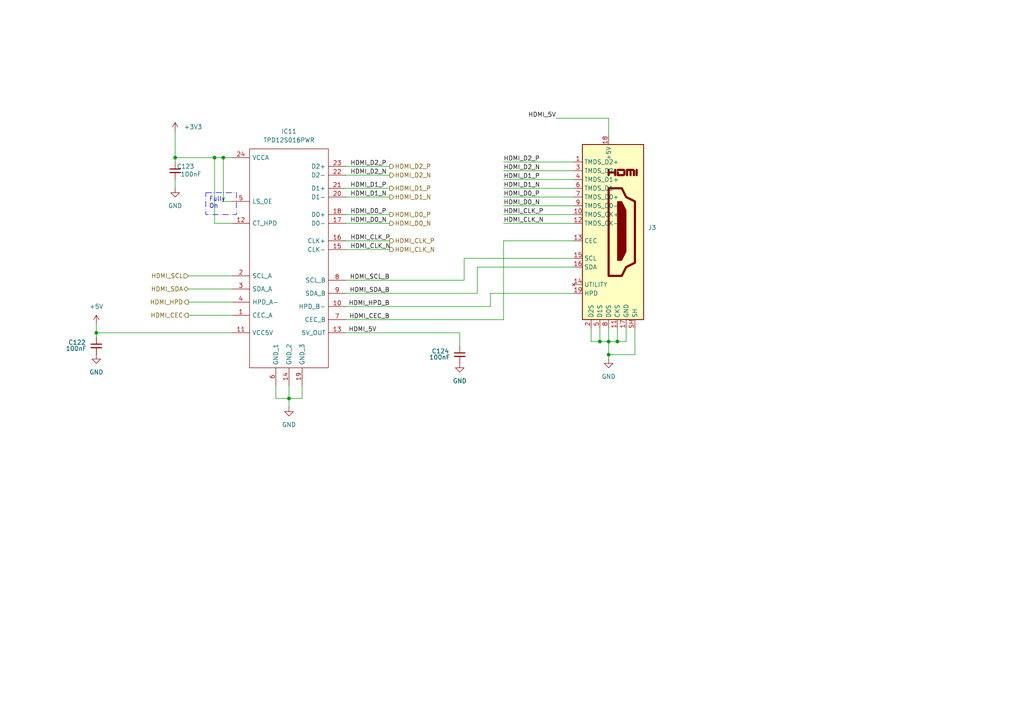
<source format=kicad_sch>
(kicad_sch
	(version 20231120)
	(generator "eeschema")
	(generator_version "8.0")
	(uuid "c12c59e6-37df-4908-973c-fa01901c6352")
	(paper "A4")
	(title_block
		(title "RASBB")
		(date "2025-02-02")
		(rev "01")
		(company "Mina Daneshpajouh")
	)
	(lib_symbols
		(symbol "Connector:HDMI_A"
			(exclude_from_sim no)
			(in_bom yes)
			(on_board yes)
			(property "Reference" "J3"
				(at 11.43 1.2701 0)
				(effects
					(font
						(size 1.27 1.27)
					)
					(justify left)
				)
			)
			(property "Value" "HDMI_A"
				(at 11.43 -1.2699 0)
				(effects
					(font
						(size 1.27 1.27)
					)
					(justify left)
				)
			)
			(property "Footprint" ""
				(at 0.635 0 0)
				(effects
					(font
						(size 1.27 1.27)
					)
					(hide yes)
				)
			)
			(property "Datasheet" "https://www.lcsc.com/datasheet/lcsc_datasheet_2311241628_Hong-Cheng-HC-HDMI0019T-1_C7501809.pdf"
				(at 0.635 0 0)
				(effects
					(font
						(size 1.27 1.27)
					)
					(hide yes)
				)
			)
			(property "Description" "HDMI type A connector"
				(at 0 0 0)
				(effects
					(font
						(size 1.27 1.27)
					)
					(hide yes)
				)
			)
			(property "Mfr. Part # " "HC-HDMI0019T-1 "
				(at 0 0 0)
				(effects
					(font
						(size 1.27 1.27)
					)
					(hide yes)
				)
			)
			(property "LCSC Part # " "C7501809"
				(at 0 0 0)
				(effects
					(font
						(size 1.27 1.27)
					)
					(hide yes)
				)
			)
			(property "ki_keywords" "hdmi conn"
				(at 0 0 0)
				(effects
					(font
						(size 1.27 1.27)
					)
					(hide yes)
				)
			)
			(property "ki_fp_filters" "HDMI*A*"
				(at 0 0 0)
				(effects
					(font
						(size 1.27 1.27)
					)
					(hide yes)
				)
			)
			(symbol "HDMI_A_0_0"
				(polyline
					(pts
						(xy 8.128 16.51) (xy 8.128 18.034)
					)
					(stroke
						(width 0.635)
						(type default)
					)
					(fill
						(type none)
					)
				)
				(polyline
					(pts
						(xy 0 16.51) (xy 0 18.034) (xy 0 17.272) (xy 1.905 17.272) (xy 1.905 18.034) (xy 1.905 16.51)
					)
					(stroke
						(width 0.635)
						(type default)
					)
					(fill
						(type none)
					)
				)
				(polyline
					(pts
						(xy 2.667 18.034) (xy 4.318 18.034) (xy 4.572 17.78) (xy 4.572 16.764) (xy 4.318 16.51) (xy 2.667 16.51)
						(xy 2.667 17.272)
					)
					(stroke
						(width 0.635)
						(type default)
					)
					(fill
						(type none)
					)
				)
			)
			(symbol "HDMI_A_0_1"
				(rectangle
					(start -7.62 25.4)
					(end 10.16 -25.4)
					(stroke
						(width 0.254)
						(type default)
					)
					(fill
						(type background)
					)
				)
				(polyline
					(pts
						(xy 2.54 8.89) (xy 3.81 8.89) (xy 5.08 6.35) (xy 5.08 -5.715) (xy 3.81 -8.255) (xy 2.54 -8.255)
						(xy 2.54 8.89)
					)
					(stroke
						(width 0)
						(type default)
					)
					(fill
						(type outline)
					)
				)
				(polyline
					(pts
						(xy 5.334 16.51) (xy 5.334 18.034) (xy 6.35 18.034) (xy 6.35 16.51) (xy 6.35 18.034) (xy 7.112 18.034)
						(xy 7.366 17.78) (xy 7.366 16.51)
					)
					(stroke
						(width 0.635)
						(type default)
					)
					(fill
						(type none)
					)
				)
				(polyline
					(pts
						(xy 0 12.7) (xy 0 -12.7) (xy 3.81 -12.7) (xy 5.08 -10.16) (xy 7.62 -8.89) (xy 7.62 8.89) (xy 5.08 10.16)
						(xy 3.81 12.7) (xy 0 12.7)
					)
					(stroke
						(width 0.635)
						(type default)
					)
					(fill
						(type none)
					)
				)
			)
			(symbol "HDMI_A_1_1"
				(pin output line
					(at -10.16 20.32 0)
					(length 2.54)
					(name "TMDS_D2+"
						(effects
							(font
								(size 1.27 1.27)
							)
						)
					)
					(number "1"
						(effects
							(font
								(size 1.27 1.27)
							)
						)
					)
				)
				(pin output line
					(at -10.16 5.08 0)
					(length 2.54)
					(name "TMDS_CK+"
						(effects
							(font
								(size 1.27 1.27)
							)
						)
					)
					(number "10"
						(effects
							(font
								(size 1.27 1.27)
							)
						)
					)
				)
				(pin power_in line
					(at 2.54 -27.94 90)
					(length 2.54)
					(name "CKS"
						(effects
							(font
								(size 1.27 1.27)
							)
						)
					)
					(number "11"
						(effects
							(font
								(size 1.27 1.27)
							)
						)
					)
				)
				(pin output line
					(at -10.16 2.54 0)
					(length 2.54)
					(name "TMDS_CK-"
						(effects
							(font
								(size 1.27 1.27)
							)
						)
					)
					(number "12"
						(effects
							(font
								(size 1.27 1.27)
							)
						)
					)
				)
				(pin bidirectional line
					(at -10.16 -2.54 0)
					(length 2.54)
					(name "CEC"
						(effects
							(font
								(size 1.27 1.27)
							)
						)
					)
					(number "13"
						(effects
							(font
								(size 1.27 1.27)
							)
						)
					)
				)
				(pin no_connect line
					(at -10.16 -15.24 0)
					(length 2.54)
					(name "UTILITY"
						(effects
							(font
								(size 1.27 1.27)
							)
						)
					)
					(number "14"
						(effects
							(font
								(size 1.27 1.27)
							)
						)
					)
				)
				(pin input line
					(at -10.16 -7.62 0)
					(length 2.54)
					(name "SCL"
						(effects
							(font
								(size 1.27 1.27)
							)
						)
					)
					(number "15"
						(effects
							(font
								(size 1.27 1.27)
							)
						)
					)
				)
				(pin bidirectional line
					(at -10.16 -10.16 0)
					(length 2.54)
					(name "SDA"
						(effects
							(font
								(size 1.27 1.27)
							)
						)
					)
					(number "16"
						(effects
							(font
								(size 1.27 1.27)
							)
						)
					)
				)
				(pin power_in line
					(at 5.08 -27.94 90)
					(length 2.54)
					(name "GND"
						(effects
							(font
								(size 1.27 1.27)
							)
						)
					)
					(number "17"
						(effects
							(font
								(size 1.27 1.27)
							)
						)
					)
				)
				(pin power_in line
					(at 0 27.94 270)
					(length 2.54)
					(name "+5V"
						(effects
							(font
								(size 1.27 1.27)
							)
						)
					)
					(number "18"
						(effects
							(font
								(size 1.27 1.27)
							)
						)
					)
				)
				(pin input line
					(at -10.16 -17.78 0)
					(length 2.54)
					(name "HPD"
						(effects
							(font
								(size 1.27 1.27)
							)
						)
					)
					(number "19"
						(effects
							(font
								(size 1.27 1.27)
							)
						)
					)
				)
				(pin power_in line
					(at -5.08 -27.94 90)
					(length 2.54)
					(name "D2S"
						(effects
							(font
								(size 1.27 1.27)
							)
						)
					)
					(number "2"
						(effects
							(font
								(size 1.27 1.27)
							)
						)
					)
				)
				(pin output line
					(at -10.16 17.78 0)
					(length 2.54)
					(name "TMDS_D2-"
						(effects
							(font
								(size 1.27 1.27)
							)
						)
					)
					(number "3"
						(effects
							(font
								(size 1.27 1.27)
							)
						)
					)
				)
				(pin output line
					(at -10.16 15.24 0)
					(length 2.54)
					(name "TMDS_D1+"
						(effects
							(font
								(size 1.27 1.27)
							)
						)
					)
					(number "4"
						(effects
							(font
								(size 1.27 1.27)
							)
						)
					)
				)
				(pin power_in line
					(at -2.54 -27.94 90)
					(length 2.54)
					(name "D1S"
						(effects
							(font
								(size 1.27 1.27)
							)
						)
					)
					(number "5"
						(effects
							(font
								(size 1.27 1.27)
							)
						)
					)
				)
				(pin output line
					(at -10.16 12.7 0)
					(length 2.54)
					(name "TMDS_D1-"
						(effects
							(font
								(size 1.27 1.27)
							)
						)
					)
					(number "6"
						(effects
							(font
								(size 1.27 1.27)
							)
						)
					)
				)
				(pin output line
					(at -10.16 10.16 0)
					(length 2.54)
					(name "TMDS_D0+"
						(effects
							(font
								(size 1.27 1.27)
							)
						)
					)
					(number "7"
						(effects
							(font
								(size 1.27 1.27)
							)
						)
					)
				)
				(pin power_in line
					(at 0 -27.94 90)
					(length 2.54)
					(name "D0S"
						(effects
							(font
								(size 1.27 1.27)
							)
						)
					)
					(number "8"
						(effects
							(font
								(size 1.27 1.27)
							)
						)
					)
				)
				(pin output line
					(at -10.16 7.62 0)
					(length 2.54)
					(name "TMDS_D0-"
						(effects
							(font
								(size 1.27 1.27)
							)
						)
					)
					(number "9"
						(effects
							(font
								(size 1.27 1.27)
							)
						)
					)
				)
				(pin passive line
					(at 7.62 -27.94 90)
					(length 2.54)
					(name "SH"
						(effects
							(font
								(size 1.27 1.27)
							)
						)
					)
					(number "SH"
						(effects
							(font
								(size 1.27 1.27)
							)
						)
					)
				)
			)
		)
		(symbol "Device:C_Small"
			(pin_numbers hide)
			(pin_names
				(offset 0.254) hide)
			(exclude_from_sim no)
			(in_bom yes)
			(on_board yes)
			(property "Reference" "C"
				(at 0.254 1.778 0)
				(effects
					(font
						(size 1.27 1.27)
					)
					(justify left)
				)
			)
			(property "Value" "C_Small"
				(at 0.254 -2.032 0)
				(effects
					(font
						(size 1.27 1.27)
					)
					(justify left)
				)
			)
			(property "Footprint" ""
				(at 0 0 0)
				(effects
					(font
						(size 1.27 1.27)
					)
					(hide yes)
				)
			)
			(property "Datasheet" "~"
				(at 0 0 0)
				(effects
					(font
						(size 1.27 1.27)
					)
					(hide yes)
				)
			)
			(property "Description" "Unpolarized capacitor, small symbol"
				(at 0 0 0)
				(effects
					(font
						(size 1.27 1.27)
					)
					(hide yes)
				)
			)
			(property "ki_keywords" "capacitor cap"
				(at 0 0 0)
				(effects
					(font
						(size 1.27 1.27)
					)
					(hide yes)
				)
			)
			(property "ki_fp_filters" "C_*"
				(at 0 0 0)
				(effects
					(font
						(size 1.27 1.27)
					)
					(hide yes)
				)
			)
			(symbol "C_Small_0_1"
				(polyline
					(pts
						(xy -1.524 -0.508) (xy 1.524 -0.508)
					)
					(stroke
						(width 0.3302)
						(type default)
					)
					(fill
						(type none)
					)
				)
				(polyline
					(pts
						(xy -1.524 0.508) (xy 1.524 0.508)
					)
					(stroke
						(width 0.3048)
						(type default)
					)
					(fill
						(type none)
					)
				)
			)
			(symbol "C_Small_1_1"
				(pin passive line
					(at 0 2.54 270)
					(length 2.032)
					(name "~"
						(effects
							(font
								(size 1.27 1.27)
							)
						)
					)
					(number "1"
						(effects
							(font
								(size 1.27 1.27)
							)
						)
					)
				)
				(pin passive line
					(at 0 -2.54 90)
					(length 2.032)
					(name "~"
						(effects
							(font
								(size 1.27 1.27)
							)
						)
					)
					(number "2"
						(effects
							(font
								(size 1.27 1.27)
							)
						)
					)
				)
			)
		)
		(symbol "RASBB_Library:TPD12S016PWR"
			(pin_names
				(offset 0.762)
			)
			(exclude_from_sim no)
			(in_bom yes)
			(on_board yes)
			(property "Reference" "IC"
				(at 29.21 7.62 0)
				(effects
					(font
						(size 1.27 1.27)
					)
					(justify left)
				)
			)
			(property "Value" "TPD12S016PWR"
				(at 29.21 5.08 0)
				(effects
					(font
						(size 1.27 1.27)
					)
					(justify left)
				)
			)
			(property "Footprint" "SOP65P640X120-24N"
				(at 16.002 -80.01 0)
				(effects
					(font
						(size 1.27 1.27)
					)
					(justify left)
					(hide yes)
				)
			)
			(property "Datasheet" "http://www.ti.com/lit/ds/symlink/tpd12s016.pdf"
				(at -30.734 -111.76 0)
				(effects
					(font
						(size 1.27 1.27)
					)
					(justify left)
					(hide yes)
				)
			)
			(property "Description" "Texas Instruments,TPD12S016PWR,IC,HDMI TPD12S016PWR, HDMI Interface 12-channel HDMI 4.5"
				(at 3.048 9.144 0)
				(effects
					(font
						(size 1.27 1.27)
					)
					(hide yes)
				)
			)
			(property "Description_1" "Texas Instruments,TPD12S016PWR,IC,HDMI TPD12S016PWR, HDMI Interface 12-channel HDMI 4.5"
				(at -30.734 -114.3 0)
				(effects
					(font
						(size 1.27 1.27)
					)
					(justify left)
					(hide yes)
				)
			)
			(property "Height" "1.2"
				(at 22.86 7.112 0)
				(effects
					(font
						(size 1.27 1.27)
					)
					(justify left)
					(hide yes)
				)
			)
			(property "Mouser Part Number" "595-TPD12S016PWR"
				(at -30.734 -119.38 0)
				(effects
					(font
						(size 1.27 1.27)
					)
					(justify left)
					(hide yes)
				)
			)
			(property "Mouser Price/Stock" "https://www.mouser.co.uk/ProductDetail/Texas-Instruments/TPD12S016PWR?qs=Brs2XCuyt3duqIFAdfG0Pg%3D%3D"
				(at -30.734 -121.92 0)
				(effects
					(font
						(size 1.27 1.27)
					)
					(justify left)
					(hide yes)
				)
			)
			(property "Manufacturer_Name" "Texas Instruments"
				(at -30.734 -124.46 0)
				(effects
					(font
						(size 1.27 1.27)
					)
					(justify left)
					(hide yes)
				)
			)
			(property "Manufacturer_Part_Number" "TPD12S016PWR"
				(at -30.734 -127 0)
				(effects
					(font
						(size 1.27 1.27)
					)
					(justify left)
					(hide yes)
				)
			)
			(symbol "TPD12S016PWR_0_0"
				(pin bidirectional line
					(at 0 -45.72 0)
					(length 5.08)
					(name "CEC_A"
						(effects
							(font
								(size 1.27 1.27)
							)
						)
					)
					(number "1"
						(effects
							(font
								(size 1.27 1.27)
							)
						)
					)
				)
				(pin passive line
					(at 16.51 -66.04 90)
					(length 5.08)
					(name "GND_2"
						(effects
							(font
								(size 1.27 1.27)
							)
						)
					)
					(number "14"
						(effects
							(font
								(size 1.27 1.27)
							)
						)
					)
				)
				(pin passive line
					(at 20.32 -66.04 90)
					(length 5.08)
					(name "GND_3"
						(effects
							(font
								(size 1.27 1.27)
							)
						)
					)
					(number "19"
						(effects
							(font
								(size 1.27 1.27)
							)
						)
					)
				)
				(pin bidirectional line
					(at 0 -38.1 0)
					(length 5.08)
					(name "SDA_A"
						(effects
							(font
								(size 1.27 1.27)
							)
						)
					)
					(number "3"
						(effects
							(font
								(size 1.27 1.27)
							)
						)
					)
				)
				(pin passive line
					(at 12.7 -66.04 90)
					(length 5.08)
					(name "GND_1"
						(effects
							(font
								(size 1.27 1.27)
							)
						)
					)
					(number "6"
						(effects
							(font
								(size 1.27 1.27)
							)
						)
					)
				)
			)
			(symbol "TPD12S016PWR_0_1"
				(polyline
					(pts
						(xy 5.08 2.54) (xy 27.94 2.54) (xy 27.94 -60.96) (xy 5.08 -60.96) (xy 5.08 2.54)
					)
					(stroke
						(width 0.1524)
						(type solid)
					)
					(fill
						(type none)
					)
				)
			)
			(symbol "TPD12S016PWR_1_0"
				(pin input line
					(at 33.02 -43.18 180)
					(length 5.08)
					(name "HPD_B-"
						(effects
							(font
								(size 1.27 1.27)
							)
						)
					)
					(number "10"
						(effects
							(font
								(size 1.27 1.27)
							)
						)
					)
				)
				(pin power_in line
					(at 0 -50.8 0)
					(length 5.08)
					(name "VCC5V"
						(effects
							(font
								(size 1.27 1.27)
							)
						)
					)
					(number "11"
						(effects
							(font
								(size 1.27 1.27)
							)
						)
					)
				)
				(pin input line
					(at 0 -19.05 0)
					(length 5.08)
					(name "CT_HPD"
						(effects
							(font
								(size 1.27 1.27)
							)
						)
					)
					(number "12"
						(effects
							(font
								(size 1.27 1.27)
							)
						)
					)
				)
				(pin output line
					(at 33.02 -50.8 180)
					(length 5.08)
					(name "5V_OUT"
						(effects
							(font
								(size 1.27 1.27)
							)
						)
					)
					(number "13"
						(effects
							(font
								(size 1.27 1.27)
							)
						)
					)
				)
				(pin bidirectional line
					(at 33.02 -26.67 180)
					(length 5.08)
					(name "CLK-"
						(effects
							(font
								(size 1.27 1.27)
							)
						)
					)
					(number "15"
						(effects
							(font
								(size 1.27 1.27)
							)
						)
					)
				)
				(pin bidirectional line
					(at 33.02 -24.13 180)
					(length 5.08)
					(name "CLK+"
						(effects
							(font
								(size 1.27 1.27)
							)
						)
					)
					(number "16"
						(effects
							(font
								(size 1.27 1.27)
							)
						)
					)
				)
				(pin bidirectional line
					(at 33.02 -19.05 180)
					(length 5.08)
					(name "D0-"
						(effects
							(font
								(size 1.27 1.27)
							)
						)
					)
					(number "17"
						(effects
							(font
								(size 1.27 1.27)
							)
						)
					)
				)
				(pin bidirectional line
					(at 33.02 -16.51 180)
					(length 5.08)
					(name "D0+"
						(effects
							(font
								(size 1.27 1.27)
							)
						)
					)
					(number "18"
						(effects
							(font
								(size 1.27 1.27)
							)
						)
					)
				)
				(pin bidirectional line
					(at 0 -34.29 0)
					(length 5.08)
					(name "SCL_A"
						(effects
							(font
								(size 1.27 1.27)
							)
						)
					)
					(number "2"
						(effects
							(font
								(size 1.27 1.27)
							)
						)
					)
				)
				(pin bidirectional line
					(at 33.02 -11.43 180)
					(length 5.08)
					(name "D1-"
						(effects
							(font
								(size 1.27 1.27)
							)
						)
					)
					(number "20"
						(effects
							(font
								(size 1.27 1.27)
							)
						)
					)
				)
				(pin bidirectional line
					(at 33.02 -8.89 180)
					(length 5.08)
					(name "D1+"
						(effects
							(font
								(size 1.27 1.27)
							)
						)
					)
					(number "21"
						(effects
							(font
								(size 1.27 1.27)
							)
						)
					)
				)
				(pin bidirectional line
					(at 33.02 -5.08 180)
					(length 5.08)
					(name "D2-"
						(effects
							(font
								(size 1.27 1.27)
							)
						)
					)
					(number "22"
						(effects
							(font
								(size 1.27 1.27)
							)
						)
					)
				)
				(pin bidirectional line
					(at 33.02 -2.54 180)
					(length 5.08)
					(name "D2+"
						(effects
							(font
								(size 1.27 1.27)
							)
						)
					)
					(number "23"
						(effects
							(font
								(size 1.27 1.27)
							)
						)
					)
				)
				(pin power_in line
					(at 0 0 0)
					(length 5.08)
					(name "VCCA"
						(effects
							(font
								(size 1.27 1.27)
							)
						)
					)
					(number "24"
						(effects
							(font
								(size 1.27 1.27)
							)
						)
					)
				)
				(pin output line
					(at 0 -41.91 0)
					(length 5.08)
					(name "HPD_A-"
						(effects
							(font
								(size 1.27 1.27)
							)
						)
					)
					(number "4"
						(effects
							(font
								(size 1.27 1.27)
							)
						)
					)
				)
				(pin input line
					(at 0 -12.7 0)
					(length 5.08)
					(name "LS_OE"
						(effects
							(font
								(size 1.27 1.27)
							)
						)
					)
					(number "5"
						(effects
							(font
								(size 1.27 1.27)
							)
						)
					)
				)
				(pin bidirectional line
					(at 33.02 -46.99 180)
					(length 5.08)
					(name "CEC_B"
						(effects
							(font
								(size 1.27 1.27)
							)
						)
					)
					(number "7"
						(effects
							(font
								(size 1.27 1.27)
							)
						)
					)
				)
				(pin bidirectional line
					(at 33.02 -35.56 180)
					(length 5.08)
					(name "SCL_B"
						(effects
							(font
								(size 1.27 1.27)
							)
						)
					)
					(number "8"
						(effects
							(font
								(size 1.27 1.27)
							)
						)
					)
				)
				(pin bidirectional line
					(at 33.02 -39.37 180)
					(length 5.08)
					(name "SDA_B"
						(effects
							(font
								(size 1.27 1.27)
							)
						)
					)
					(number "9"
						(effects
							(font
								(size 1.27 1.27)
							)
						)
					)
				)
			)
		)
		(symbol "power:+3.3V"
			(power)
			(pin_numbers hide)
			(pin_names
				(offset 0) hide)
			(exclude_from_sim no)
			(in_bom yes)
			(on_board yes)
			(property "Reference" "#PWR"
				(at 0 -3.81 0)
				(effects
					(font
						(size 1.27 1.27)
					)
					(hide yes)
				)
			)
			(property "Value" "+3.3V"
				(at 0 3.556 0)
				(effects
					(font
						(size 1.27 1.27)
					)
				)
			)
			(property "Footprint" ""
				(at 0 0 0)
				(effects
					(font
						(size 1.27 1.27)
					)
					(hide yes)
				)
			)
			(property "Datasheet" ""
				(at 0 0 0)
				(effects
					(font
						(size 1.27 1.27)
					)
					(hide yes)
				)
			)
			(property "Description" "Power symbol creates a global label with name \"+3.3V\""
				(at 0 0 0)
				(effects
					(font
						(size 1.27 1.27)
					)
					(hide yes)
				)
			)
			(property "ki_keywords" "global power"
				(at 0 0 0)
				(effects
					(font
						(size 1.27 1.27)
					)
					(hide yes)
				)
			)
			(symbol "+3.3V_0_1"
				(polyline
					(pts
						(xy -0.762 1.27) (xy 0 2.54)
					)
					(stroke
						(width 0)
						(type default)
					)
					(fill
						(type none)
					)
				)
				(polyline
					(pts
						(xy 0 0) (xy 0 2.54)
					)
					(stroke
						(width 0)
						(type default)
					)
					(fill
						(type none)
					)
				)
				(polyline
					(pts
						(xy 0 2.54) (xy 0.762 1.27)
					)
					(stroke
						(width 0)
						(type default)
					)
					(fill
						(type none)
					)
				)
			)
			(symbol "+3.3V_1_1"
				(pin power_in line
					(at 0 0 90)
					(length 0)
					(name "~"
						(effects
							(font
								(size 1.27 1.27)
							)
						)
					)
					(number "1"
						(effects
							(font
								(size 1.27 1.27)
							)
						)
					)
				)
			)
		)
		(symbol "power:+5V"
			(power)
			(pin_numbers hide)
			(pin_names
				(offset 0) hide)
			(exclude_from_sim no)
			(in_bom yes)
			(on_board yes)
			(property "Reference" "#PWR"
				(at 0 -3.81 0)
				(effects
					(font
						(size 1.27 1.27)
					)
					(hide yes)
				)
			)
			(property "Value" "+5V"
				(at 0 3.556 0)
				(effects
					(font
						(size 1.27 1.27)
					)
				)
			)
			(property "Footprint" ""
				(at 0 0 0)
				(effects
					(font
						(size 1.27 1.27)
					)
					(hide yes)
				)
			)
			(property "Datasheet" ""
				(at 0 0 0)
				(effects
					(font
						(size 1.27 1.27)
					)
					(hide yes)
				)
			)
			(property "Description" "Power symbol creates a global label with name \"+5V\""
				(at 0 0 0)
				(effects
					(font
						(size 1.27 1.27)
					)
					(hide yes)
				)
			)
			(property "ki_keywords" "global power"
				(at 0 0 0)
				(effects
					(font
						(size 1.27 1.27)
					)
					(hide yes)
				)
			)
			(symbol "+5V_0_1"
				(polyline
					(pts
						(xy -0.762 1.27) (xy 0 2.54)
					)
					(stroke
						(width 0)
						(type default)
					)
					(fill
						(type none)
					)
				)
				(polyline
					(pts
						(xy 0 0) (xy 0 2.54)
					)
					(stroke
						(width 0)
						(type default)
					)
					(fill
						(type none)
					)
				)
				(polyline
					(pts
						(xy 0 2.54) (xy 0.762 1.27)
					)
					(stroke
						(width 0)
						(type default)
					)
					(fill
						(type none)
					)
				)
			)
			(symbol "+5V_1_1"
				(pin power_in line
					(at 0 0 90)
					(length 0)
					(name "~"
						(effects
							(font
								(size 1.27 1.27)
							)
						)
					)
					(number "1"
						(effects
							(font
								(size 1.27 1.27)
							)
						)
					)
				)
			)
		)
		(symbol "power:GND"
			(power)
			(pin_numbers hide)
			(pin_names
				(offset 0) hide)
			(exclude_from_sim no)
			(in_bom yes)
			(on_board yes)
			(property "Reference" "#PWR"
				(at 0 -6.35 0)
				(effects
					(font
						(size 1.27 1.27)
					)
					(hide yes)
				)
			)
			(property "Value" "GND"
				(at 0 -3.81 0)
				(effects
					(font
						(size 1.27 1.27)
					)
				)
			)
			(property "Footprint" ""
				(at 0 0 0)
				(effects
					(font
						(size 1.27 1.27)
					)
					(hide yes)
				)
			)
			(property "Datasheet" ""
				(at 0 0 0)
				(effects
					(font
						(size 1.27 1.27)
					)
					(hide yes)
				)
			)
			(property "Description" "Power symbol creates a global label with name \"GND\" , ground"
				(at 0 0 0)
				(effects
					(font
						(size 1.27 1.27)
					)
					(hide yes)
				)
			)
			(property "ki_keywords" "global power"
				(at 0 0 0)
				(effects
					(font
						(size 1.27 1.27)
					)
					(hide yes)
				)
			)
			(symbol "GND_0_1"
				(polyline
					(pts
						(xy 0 0) (xy 0 -1.27) (xy 1.27 -1.27) (xy 0 -2.54) (xy -1.27 -1.27) (xy 0 -1.27)
					)
					(stroke
						(width 0)
						(type default)
					)
					(fill
						(type none)
					)
				)
			)
			(symbol "GND_1_1"
				(pin power_in line
					(at 0 0 270)
					(length 0)
					(name "~"
						(effects
							(font
								(size 1.27 1.27)
							)
						)
					)
					(number "1"
						(effects
							(font
								(size 1.27 1.27)
							)
						)
					)
				)
			)
		)
	)
	(junction
		(at 64.77 45.72)
		(diameter 0)
		(color 0 0 0 0)
		(uuid "364d457d-6acd-4355-a3ef-a1a70017455f")
	)
	(junction
		(at 62.23 45.72)
		(diameter 0)
		(color 0 0 0 0)
		(uuid "634ec256-1ec3-4b76-92ec-8bf5c4e8c547")
	)
	(junction
		(at 27.94 96.52)
		(diameter 0)
		(color 0 0 0 0)
		(uuid "7ede9764-45dc-462e-a3fe-81dbf01df3fe")
	)
	(junction
		(at 176.53 99.06)
		(diameter 0)
		(color 0 0 0 0)
		(uuid "8d05409d-4edd-4dea-ac56-a638ba798fc7")
	)
	(junction
		(at 176.53 102.87)
		(diameter 0)
		(color 0 0 0 0)
		(uuid "b76d4849-eb52-4ff4-9997-fb679ee97791")
	)
	(junction
		(at 179.07 99.06)
		(diameter 0)
		(color 0 0 0 0)
		(uuid "bc17ba50-5d89-40ce-b45f-5b2f3b56c644")
	)
	(junction
		(at 50.8 45.72)
		(diameter 0)
		(color 0 0 0 0)
		(uuid "be0f212e-31cc-4f0f-a752-bee3e42f0153")
	)
	(junction
		(at 173.99 99.06)
		(diameter 0)
		(color 0 0 0 0)
		(uuid "e50e7217-2116-4813-8176-bbb0efbe6257")
	)
	(junction
		(at 83.82 115.57)
		(diameter 0)
		(color 0 0 0 0)
		(uuid "f9d8b6df-8a4a-4fa9-a37b-1547c5a14c3b")
	)
	(wire
		(pts
			(xy 146.05 54.61) (xy 166.37 54.61)
		)
		(stroke
			(width 0)
			(type default)
		)
		(uuid "03e1c30e-070d-4fd1-a78d-d4600a623b27")
	)
	(wire
		(pts
			(xy 62.23 45.72) (xy 64.77 45.72)
		)
		(stroke
			(width 0)
			(type default)
		)
		(uuid "091a2676-250c-4881-a36b-8b4dbc79a756")
	)
	(wire
		(pts
			(xy 83.82 115.57) (xy 80.01 115.57)
		)
		(stroke
			(width 0)
			(type default)
		)
		(uuid "0bfc64b8-08ef-433c-9f28-1dd83f677d15")
	)
	(wire
		(pts
			(xy 100.33 57.15) (xy 113.03 57.15)
		)
		(stroke
			(width 0)
			(type default)
		)
		(uuid "0fd11907-70ea-4bd0-9203-cb4ab74753e0")
	)
	(wire
		(pts
			(xy 27.94 96.52) (xy 67.31 96.52)
		)
		(stroke
			(width 0)
			(type default)
		)
		(uuid "10739978-e5ed-41fe-a063-8ed403fac9c6")
	)
	(wire
		(pts
			(xy 100.33 48.26) (xy 113.03 48.26)
		)
		(stroke
			(width 0)
			(type default)
		)
		(uuid "15226f24-3602-4d5f-967c-466ad0bfe0ce")
	)
	(wire
		(pts
			(xy 87.63 115.57) (xy 83.82 115.57)
		)
		(stroke
			(width 0)
			(type default)
		)
		(uuid "15610289-3cac-413c-ad8f-f7d4d38cdf4b")
	)
	(wire
		(pts
			(xy 146.05 46.99) (xy 166.37 46.99)
		)
		(stroke
			(width 0)
			(type default)
		)
		(uuid "15baa8b9-1782-4e95-82e3-787e433e5457")
	)
	(wire
		(pts
			(xy 54.61 91.44) (xy 67.31 91.44)
		)
		(stroke
			(width 0)
			(type default)
		)
		(uuid "1725e27b-b907-4e20-8d06-652be18150d6")
	)
	(wire
		(pts
			(xy 171.45 95.25) (xy 171.45 99.06)
		)
		(stroke
			(width 0)
			(type default)
		)
		(uuid "195ad086-8071-489f-b475-d9448e890ac9")
	)
	(wire
		(pts
			(xy 50.8 45.72) (xy 62.23 45.72)
		)
		(stroke
			(width 0)
			(type default)
		)
		(uuid "19bd698b-4439-4f1e-861a-f6a958ed1ed3")
	)
	(wire
		(pts
			(xy 166.37 85.09) (xy 142.24 85.09)
		)
		(stroke
			(width 0)
			(type default)
		)
		(uuid "19d5bc4a-9ce0-4525-9b15-70a3408cb33b")
	)
	(wire
		(pts
			(xy 64.77 45.72) (xy 64.77 58.42)
		)
		(stroke
			(width 0)
			(type default)
		)
		(uuid "1b9efda7-8245-48e8-a36f-0c6983264ecb")
	)
	(wire
		(pts
			(xy 138.43 77.47) (xy 138.43 85.09)
		)
		(stroke
			(width 0)
			(type default)
		)
		(uuid "1ce31b7d-75ed-4e6f-a4cc-893b9854bf65")
	)
	(wire
		(pts
			(xy 100.33 50.8) (xy 113.03 50.8)
		)
		(stroke
			(width 0)
			(type default)
		)
		(uuid "1d013b4b-a386-45a8-9d60-19f601f1f7c3")
	)
	(wire
		(pts
			(xy 176.53 99.06) (xy 173.99 99.06)
		)
		(stroke
			(width 0)
			(type default)
		)
		(uuid "1d4ca577-acd6-48aa-be7f-373bfb024686")
	)
	(wire
		(pts
			(xy 184.15 102.87) (xy 176.53 102.87)
		)
		(stroke
			(width 0)
			(type default)
		)
		(uuid "1e6253fa-cacb-4d09-b01c-dff60ad295b6")
	)
	(wire
		(pts
			(xy 100.33 64.77) (xy 113.03 64.77)
		)
		(stroke
			(width 0)
			(type default)
		)
		(uuid "218c028a-e131-4d10-a27c-9ecf39a4c45e")
	)
	(wire
		(pts
			(xy 50.8 38.1) (xy 50.8 45.72)
		)
		(stroke
			(width 0)
			(type default)
		)
		(uuid "23666044-2843-492e-b599-8c3932530c2a")
	)
	(wire
		(pts
			(xy 142.24 85.09) (xy 142.24 88.9)
		)
		(stroke
			(width 0)
			(type default)
		)
		(uuid "24beee01-e388-4260-bb1f-b8be859e5c0a")
	)
	(wire
		(pts
			(xy 176.53 99.06) (xy 176.53 102.87)
		)
		(stroke
			(width 0)
			(type default)
		)
		(uuid "2612eae6-79db-4075-891f-1961116de198")
	)
	(wire
		(pts
			(xy 50.8 54.61) (xy 50.8 52.07)
		)
		(stroke
			(width 0)
			(type default)
		)
		(uuid "267d6928-457d-4315-9f54-95b9921b28e3")
	)
	(wire
		(pts
			(xy 100.33 92.71) (xy 146.05 92.71)
		)
		(stroke
			(width 0)
			(type default)
		)
		(uuid "2b5607aa-580e-4685-bb90-c4bd4e99c815")
	)
	(wire
		(pts
			(xy 146.05 52.07) (xy 166.37 52.07)
		)
		(stroke
			(width 0)
			(type default)
		)
		(uuid "2bc9674e-319a-4a59-b1c7-135ef6d1c868")
	)
	(wire
		(pts
			(xy 83.82 115.57) (xy 83.82 118.11)
		)
		(stroke
			(width 0)
			(type default)
		)
		(uuid "2f54f9dd-caf2-4ff2-b95f-2e2c5d963a30")
	)
	(wire
		(pts
			(xy 100.33 81.28) (xy 134.62 81.28)
		)
		(stroke
			(width 0)
			(type default)
		)
		(uuid "31bc01cf-e232-4186-acb6-f22177ff7573")
	)
	(wire
		(pts
			(xy 100.33 62.23) (xy 113.03 62.23)
		)
		(stroke
			(width 0)
			(type default)
		)
		(uuid "369cfd0f-acf5-46d5-84bc-cbdd60167031")
	)
	(wire
		(pts
			(xy 62.23 64.77) (xy 62.23 45.72)
		)
		(stroke
			(width 0)
			(type default)
		)
		(uuid "3c24fed5-e1f8-4d2b-948b-56537bbf0654")
	)
	(wire
		(pts
			(xy 100.33 54.61) (xy 113.03 54.61)
		)
		(stroke
			(width 0)
			(type default)
		)
		(uuid "4340630f-d265-47a5-9845-36181e99455f")
	)
	(wire
		(pts
			(xy 146.05 69.85) (xy 146.05 92.71)
		)
		(stroke
			(width 0)
			(type default)
		)
		(uuid "47676ad0-52d6-40fa-8807-f9e13174fb5b")
	)
	(wire
		(pts
			(xy 100.33 72.39) (xy 113.03 72.39)
		)
		(stroke
			(width 0)
			(type default)
		)
		(uuid "49a3b2c3-2fe3-4342-9893-b9077614bd95")
	)
	(wire
		(pts
			(xy 166.37 77.47) (xy 138.43 77.47)
		)
		(stroke
			(width 0)
			(type default)
		)
		(uuid "4a0b4890-b795-4af0-8f28-5212fdf4dcda")
	)
	(wire
		(pts
			(xy 54.61 80.01) (xy 67.31 80.01)
		)
		(stroke
			(width 0)
			(type default)
		)
		(uuid "4bfdf7e4-e0d5-4dc1-b56d-efdf13e28c62")
	)
	(wire
		(pts
			(xy 146.05 64.77) (xy 166.37 64.77)
		)
		(stroke
			(width 0)
			(type default)
		)
		(uuid "51290bb7-09d1-4e6f-a454-1074efc9997e")
	)
	(wire
		(pts
			(xy 179.07 99.06) (xy 176.53 99.06)
		)
		(stroke
			(width 0)
			(type default)
		)
		(uuid "56c29428-fce4-42ac-b33f-ff2458069da8")
	)
	(wire
		(pts
			(xy 134.62 74.93) (xy 166.37 74.93)
		)
		(stroke
			(width 0)
			(type default)
		)
		(uuid "57f5fe1f-d46e-4801-a545-63deaf46921f")
	)
	(wire
		(pts
			(xy 176.53 39.37) (xy 176.53 34.29)
		)
		(stroke
			(width 0)
			(type default)
		)
		(uuid "5ce26c47-0d81-4771-a375-d0a7b709fb6f")
	)
	(wire
		(pts
			(xy 181.61 95.25) (xy 181.61 99.06)
		)
		(stroke
			(width 0)
			(type default)
		)
		(uuid "609771f1-2296-4af3-914f-0afc8d7cdd9a")
	)
	(wire
		(pts
			(xy 179.07 95.25) (xy 179.07 99.06)
		)
		(stroke
			(width 0)
			(type default)
		)
		(uuid "6f584d75-ae2d-410d-87f9-bf3b895f48ff")
	)
	(wire
		(pts
			(xy 54.61 87.63) (xy 67.31 87.63)
		)
		(stroke
			(width 0)
			(type default)
		)
		(uuid "75da05ff-4a1f-406e-b27e-606a76c81828")
	)
	(wire
		(pts
			(xy 27.94 93.98) (xy 27.94 96.52)
		)
		(stroke
			(width 0)
			(type default)
		)
		(uuid "7a3b1dec-8706-44b1-bfcc-29579970c74d")
	)
	(wire
		(pts
			(xy 100.33 85.09) (xy 138.43 85.09)
		)
		(stroke
			(width 0)
			(type default)
		)
		(uuid "7e9e884d-3d84-43b2-b910-05002ac2a977")
	)
	(wire
		(pts
			(xy 64.77 45.72) (xy 67.31 45.72)
		)
		(stroke
			(width 0)
			(type default)
		)
		(uuid "87685c98-31e1-444c-85b7-97b50ff5b5fb")
	)
	(wire
		(pts
			(xy 80.01 115.57) (xy 80.01 111.76)
		)
		(stroke
			(width 0)
			(type default)
		)
		(uuid "881463a3-c87e-45d8-8876-c06d97213397")
	)
	(wire
		(pts
			(xy 100.33 69.85) (xy 113.03 69.85)
		)
		(stroke
			(width 0)
			(type default)
		)
		(uuid "88780630-df5a-421f-a0d1-6455f77e6b1e")
	)
	(wire
		(pts
			(xy 173.99 99.06) (xy 173.99 95.25)
		)
		(stroke
			(width 0)
			(type default)
		)
		(uuid "895addcf-3be5-4e82-acb7-41e69481f3b2")
	)
	(wire
		(pts
			(xy 161.29 34.29) (xy 176.53 34.29)
		)
		(stroke
			(width 0)
			(type default)
		)
		(uuid "95f1f19d-aa0d-404e-8b5d-29d911e01e29")
	)
	(wire
		(pts
			(xy 181.61 99.06) (xy 179.07 99.06)
		)
		(stroke
			(width 0)
			(type default)
		)
		(uuid "aa329bec-5658-4877-a33a-00138f690d22")
	)
	(wire
		(pts
			(xy 64.77 58.42) (xy 67.31 58.42)
		)
		(stroke
			(width 0)
			(type default)
		)
		(uuid "afc21648-9dc2-4006-a03c-675eb1ffa339")
	)
	(wire
		(pts
			(xy 176.53 102.87) (xy 176.53 104.14)
		)
		(stroke
			(width 0)
			(type default)
		)
		(uuid "b4b37386-3a5a-4667-a5dd-aa3b6eff55f4")
	)
	(wire
		(pts
			(xy 146.05 49.53) (xy 166.37 49.53)
		)
		(stroke
			(width 0)
			(type default)
		)
		(uuid "b4f81b08-d52f-4395-b9c6-97b3008d4191")
	)
	(wire
		(pts
			(xy 184.15 95.25) (xy 184.15 102.87)
		)
		(stroke
			(width 0)
			(type default)
		)
		(uuid "bb3ce13f-5a84-4d0d-a0d8-bd5419323f29")
	)
	(wire
		(pts
			(xy 134.62 74.93) (xy 134.62 81.28)
		)
		(stroke
			(width 0)
			(type default)
		)
		(uuid "c12bef64-4fe7-4372-bcc7-f515359260b6")
	)
	(wire
		(pts
			(xy 87.63 111.76) (xy 87.63 115.57)
		)
		(stroke
			(width 0)
			(type default)
		)
		(uuid "c21240a3-24e2-4c86-979d-c168077a032f")
	)
	(wire
		(pts
			(xy 54.61 83.82) (xy 67.31 83.82)
		)
		(stroke
			(width 0)
			(type default)
		)
		(uuid "c307aa4a-45b6-44bb-b0cf-d3d05fac0bf6")
	)
	(wire
		(pts
			(xy 83.82 111.76) (xy 83.82 115.57)
		)
		(stroke
			(width 0)
			(type default)
		)
		(uuid "c50522bd-e80c-40d7-ad9f-eedb4b87d58f")
	)
	(wire
		(pts
			(xy 27.94 96.52) (xy 27.94 97.79)
		)
		(stroke
			(width 0)
			(type default)
		)
		(uuid "d0deff50-7da2-4a88-8566-e61bac982057")
	)
	(wire
		(pts
			(xy 67.31 64.77) (xy 62.23 64.77)
		)
		(stroke
			(width 0)
			(type default)
		)
		(uuid "d8e937bb-8c3a-40a7-951a-e98b9f0e48bf")
	)
	(wire
		(pts
			(xy 100.33 88.9) (xy 142.24 88.9)
		)
		(stroke
			(width 0)
			(type default)
		)
		(uuid "dae34592-e55e-4d42-9b94-11ec5699be5f")
	)
	(wire
		(pts
			(xy 171.45 99.06) (xy 173.99 99.06)
		)
		(stroke
			(width 0)
			(type default)
		)
		(uuid "e21e7426-54fe-4abc-856e-a4928d1ad8d6")
	)
	(wire
		(pts
			(xy 100.33 96.52) (xy 133.35 96.52)
		)
		(stroke
			(width 0)
			(type default)
		)
		(uuid "e63d7996-7c9e-4286-968a-c34b6f276272")
	)
	(wire
		(pts
			(xy 166.37 69.85) (xy 146.05 69.85)
		)
		(stroke
			(width 0)
			(type default)
		)
		(uuid "e7167c7a-8ea4-4428-b190-5aeaaf6cd3b0")
	)
	(wire
		(pts
			(xy 146.05 59.69) (xy 166.37 59.69)
		)
		(stroke
			(width 0)
			(type default)
		)
		(uuid "f12bd59a-ad46-4fb6-b874-3856d00a17e0")
	)
	(wire
		(pts
			(xy 133.35 96.52) (xy 133.35 100.33)
		)
		(stroke
			(width 0)
			(type default)
		)
		(uuid "f2be8e2f-776b-40c2-a183-7e44c1276d3d")
	)
	(wire
		(pts
			(xy 146.05 62.23) (xy 166.37 62.23)
		)
		(stroke
			(width 0)
			(type default)
		)
		(uuid "f47af949-d4c6-45be-adba-f9d307a67600")
	)
	(wire
		(pts
			(xy 50.8 45.72) (xy 50.8 46.99)
		)
		(stroke
			(width 0)
			(type default)
		)
		(uuid "f7cb4ea8-cb83-4ae8-abf1-2b257386b3ad")
	)
	(wire
		(pts
			(xy 146.05 57.15) (xy 166.37 57.15)
		)
		(stroke
			(width 0)
			(type default)
		)
		(uuid "faf2f19c-1880-4b92-80f9-d9a1e2bd09fa")
	)
	(wire
		(pts
			(xy 176.53 95.25) (xy 176.53 99.06)
		)
		(stroke
			(width 0)
			(type default)
		)
		(uuid "feb03b8f-3102-41c6-bcc1-3a647969fe22")
	)
	(text_box "Fully On\n"
		(exclude_from_sim no)
		(at 59.69 55.88 0)
		(size 8.89 6.35)
		(stroke
			(width 0)
			(type dash_dot)
		)
		(fill
			(type none)
		)
		(effects
			(font
				(size 1.27 1.27)
			)
			(justify left top)
		)
		(uuid "8bd08f9d-c4b8-4881-a5ca-02759aad35df")
	)
	(label "HDMI_CLK_P"
		(at 101.6 69.85 0)
		(fields_autoplaced yes)
		(effects
			(font
				(size 1.27 1.27)
			)
			(justify left bottom)
		)
		(uuid "07d242ee-ce2c-4d7e-b81c-6556e4c07a8b")
	)
	(label "HDMI_D1_P"
		(at 101.6 54.61 0)
		(fields_autoplaced yes)
		(effects
			(font
				(size 1.27 1.27)
			)
			(justify left bottom)
		)
		(uuid "0ddde049-8688-4632-a031-6ae254b448dc")
	)
	(label "HDMI_CLK_P"
		(at 146.05 62.23 0)
		(fields_autoplaced yes)
		(effects
			(font
				(size 1.27 1.27)
			)
			(justify left bottom)
		)
		(uuid "146568d9-2044-4ef3-9b6f-3033f145ceb7")
	)
	(label "HDMI_D2_P"
		(at 101.6 48.26 0)
		(fields_autoplaced yes)
		(effects
			(font
				(size 1.27 1.27)
			)
			(justify left bottom)
		)
		(uuid "27756e8e-a5bb-4fbd-af01-de86d5a8cce9")
	)
	(label "HDMI_5V"
		(at 161.29 34.29 180)
		(fields_autoplaced yes)
		(effects
			(font
				(size 1.27 1.27)
			)
			(justify right bottom)
		)
		(uuid "2a2794cb-577f-45b7-b398-e574330b6197")
	)
	(label "HDMI_SCL_B"
		(at 113.03 81.28 180)
		(fields_autoplaced yes)
		(effects
			(font
				(size 1.27 1.27)
			)
			(justify right bottom)
		)
		(uuid "2fcf7d10-28b0-47fb-babf-f4d85001308d")
	)
	(label "HDMI_D0_N"
		(at 146.05 59.69 0)
		(fields_autoplaced yes)
		(effects
			(font
				(size 1.27 1.27)
			)
			(justify left bottom)
		)
		(uuid "3af8c13e-c22d-4bfe-b9bf-1d926759b153")
	)
	(label "HDMI_D1_N"
		(at 146.05 54.61 0)
		(fields_autoplaced yes)
		(effects
			(font
				(size 1.27 1.27)
			)
			(justify left bottom)
		)
		(uuid "5136d90e-11ea-46d8-a669-1fcdcdbe2d4f")
	)
	(label "HDMI_D0_N"
		(at 101.6 64.77 0)
		(fields_autoplaced yes)
		(effects
			(font
				(size 1.27 1.27)
			)
			(justify left bottom)
		)
		(uuid "565b0629-8bd5-49f4-9d98-e85a136d118e")
	)
	(label "HDMI_D0_P"
		(at 146.05 57.15 0)
		(fields_autoplaced yes)
		(effects
			(font
				(size 1.27 1.27)
			)
			(justify left bottom)
		)
		(uuid "6b340162-40a8-4626-9a66-c7aad37a1e3f")
	)
	(label "HDMI_D1_P"
		(at 146.05 52.07 0)
		(fields_autoplaced yes)
		(effects
			(font
				(size 1.27 1.27)
			)
			(justify left bottom)
		)
		(uuid "78d00da5-6ad0-4bf4-b232-ef0233882ba0")
	)
	(label "HDMI_CLK_N"
		(at 146.05 64.77 0)
		(fields_autoplaced yes)
		(effects
			(font
				(size 1.27 1.27)
			)
			(justify left bottom)
		)
		(uuid "7f9caf24-dfb4-4995-9103-2230b85e58f6")
	)
	(label "HDMI_CLK_N"
		(at 101.6 72.39 0)
		(fields_autoplaced yes)
		(effects
			(font
				(size 1.27 1.27)
			)
			(justify left bottom)
		)
		(uuid "85754bc6-5469-46f5-9f39-f14b6399b796")
	)
	(label "HDMI_D2_N"
		(at 101.6 50.8 0)
		(fields_autoplaced yes)
		(effects
			(font
				(size 1.27 1.27)
			)
			(justify left bottom)
		)
		(uuid "8ce1ceef-baac-445e-b423-2cfd667d35b7")
	)
	(label "HDMI_D2_P"
		(at 146.05 46.99 0)
		(fields_autoplaced yes)
		(effects
			(font
				(size 1.27 1.27)
			)
			(justify left bottom)
		)
		(uuid "9627fb69-46d9-45ce-87e2-a55a27c2b794")
	)
	(label "HDMI_CEC_B"
		(at 113.03 92.71 180)
		(fields_autoplaced yes)
		(effects
			(font
				(size 1.27 1.27)
			)
			(justify right bottom)
		)
		(uuid "aad21094-4b34-4688-9a6b-2dd61bfcb87d")
	)
	(label "HDMI_5V"
		(at 109.22 96.52 180)
		(fields_autoplaced yes)
		(effects
			(font
				(size 1.27 1.27)
			)
			(justify right bottom)
		)
		(uuid "b1ac49bb-884d-4a8f-ba0a-03517131d608")
	)
	(label "HDMI_D2_N"
		(at 146.05 49.53 0)
		(fields_autoplaced yes)
		(effects
			(font
				(size 1.27 1.27)
			)
			(justify left bottom)
		)
		(uuid "c6c50dd4-87d3-4256-906f-e515bf35b418")
	)
	(label "HDMI_D1_N"
		(at 101.6 57.15 0)
		(fields_autoplaced yes)
		(effects
			(font
				(size 1.27 1.27)
			)
			(justify left bottom)
		)
		(uuid "e3115362-0578-487e-a825-5400e154f625")
	)
	(label "HDMI_SDA_B"
		(at 113.03 85.09 180)
		(fields_autoplaced yes)
		(effects
			(font
				(size 1.27 1.27)
			)
			(justify right bottom)
		)
		(uuid "edb862e9-7534-40f5-81e8-cc569c98262b")
	)
	(label "HDMI_HPD_B"
		(at 113.03 88.9 180)
		(fields_autoplaced yes)
		(effects
			(font
				(size 1.27 1.27)
			)
			(justify right bottom)
		)
		(uuid "ee2334a6-2017-46b6-828f-98917156aba2")
	)
	(label "HDMI_D0_P"
		(at 101.6 62.23 0)
		(fields_autoplaced yes)
		(effects
			(font
				(size 1.27 1.27)
			)
			(justify left bottom)
		)
		(uuid "f1ccab73-0ca2-4951-bdda-414083687013")
	)
	(hierarchical_label "HDMI_D0_P"
		(shape output)
		(at 113.03 62.23 0)
		(fields_autoplaced yes)
		(effects
			(font
				(size 1.27 1.27)
			)
			(justify left)
		)
		(uuid "07075fda-caee-4bdf-b9f3-642b7b5cbef4")
	)
	(hierarchical_label "HDMI_D2_P"
		(shape output)
		(at 113.03 48.26 0)
		(fields_autoplaced yes)
		(effects
			(font
				(size 1.27 1.27)
			)
			(justify left)
		)
		(uuid "0f31707d-4184-4688-82c7-de99e3c25b93")
	)
	(hierarchical_label "HDMI_HPD"
		(shape output)
		(at 54.61 87.63 180)
		(fields_autoplaced yes)
		(effects
			(font
				(size 1.27 1.27)
			)
			(justify right)
		)
		(uuid "6434f0ab-7859-45d5-8b87-7fff34a4dbe0")
	)
	(hierarchical_label "HDMI_D1_N"
		(shape output)
		(at 113.03 57.15 0)
		(fields_autoplaced yes)
		(effects
			(font
				(size 1.27 1.27)
			)
			(justify left)
		)
		(uuid "6c115e1f-bb43-43d8-a143-87f47d158519")
	)
	(hierarchical_label "HDMI_D2_N"
		(shape output)
		(at 113.03 50.8 0)
		(fields_autoplaced yes)
		(effects
			(font
				(size 1.27 1.27)
			)
			(justify left)
		)
		(uuid "707241c0-395f-4c92-bd6a-e3b33384fbe9")
	)
	(hierarchical_label "HDMI_D1_P"
		(shape output)
		(at 113.03 54.61 0)
		(fields_autoplaced yes)
		(effects
			(font
				(size 1.27 1.27)
			)
			(justify left)
		)
		(uuid "8a82fd57-6a87-4527-b135-882ffc6c2ee0")
	)
	(hierarchical_label "HDMI_CEC"
		(shape output)
		(at 54.61 91.44 180)
		(fields_autoplaced yes)
		(effects
			(font
				(size 1.27 1.27)
			)
			(justify right)
		)
		(uuid "a8aabd23-e9c9-4868-8b76-da2827035406")
	)
	(hierarchical_label "HDMI_CLK_P"
		(shape output)
		(at 113.03 69.85 0)
		(fields_autoplaced yes)
		(effects
			(font
				(size 1.27 1.27)
			)
			(justify left)
		)
		(uuid "b2436e5f-5d22-4d56-befc-b79c9e484647")
	)
	(hierarchical_label "HDMI_SCL"
		(shape input)
		(at 54.61 80.01 180)
		(fields_autoplaced yes)
		(effects
			(font
				(size 1.27 1.27)
			)
			(justify right)
		)
		(uuid "b263ba95-e61f-4e19-ac62-1d7fe95ea6de")
	)
	(hierarchical_label "HDMI_CLK_N"
		(shape output)
		(at 113.03 72.39 0)
		(fields_autoplaced yes)
		(effects
			(font
				(size 1.27 1.27)
			)
			(justify left)
		)
		(uuid "d70479b1-51c5-4ff9-aaec-649e7f87cc77")
	)
	(hierarchical_label "HDMI_D0_N"
		(shape output)
		(at 113.03 64.77 0)
		(fields_autoplaced yes)
		(effects
			(font
				(size 1.27 1.27)
			)
			(justify left)
		)
		(uuid "f3383823-33c9-4981-80c3-b1f9a6627ffd")
	)
	(hierarchical_label "HDMI_SDA"
		(shape bidirectional)
		(at 54.61 83.82 180)
		(fields_autoplaced yes)
		(effects
			(font
				(size 1.27 1.27)
			)
			(justify right)
		)
		(uuid "fd83ffea-fed8-439d-b1fb-81fe9aa15242")
	)
	(symbol
		(lib_id "Device:C_Small")
		(at 27.94 100.33 0)
		(mirror y)
		(unit 1)
		(exclude_from_sim no)
		(in_bom yes)
		(on_board yes)
		(dnp no)
		(uuid "05f1ed46-70d9-4161-b1a4-a0d4a36dd4f2")
		(property "Reference" "C122"
			(at 24.892 99.314 0)
			(effects
				(font
					(size 1.27 1.27)
				)
				(justify left)
			)
		)
		(property "Value" "100nF"
			(at 25.146 101.092 0)
			(effects
				(font
					(size 1.27 1.27)
				)
				(justify left)
			)
		)
		(property "Footprint" "Capacitor_SMD:C_0402_1005Metric"
			(at 27.94 100.33 0)
			(effects
				(font
					(size 1.27 1.27)
				)
				(hide yes)
			)
		)
		(property "Datasheet" "https://www.lcsc.com/datasheet/lcsc_datasheet_2304140030_Walsin-Tech-Corp-0402B104K500CT_C152814.pdf"
			(at 27.94 100.33 0)
			(effects
				(font
					(size 1.27 1.27)
				)
				(hide yes)
			)
		)
		(property "Description" "50V 100nF X7R ±10% 0402 Multilayer Ceramic Capacitors MLCC - SMD/SMT ROHS"
			(at 27.94 100.33 0)
			(effects
				(font
					(size 1.27 1.27)
				)
				(hide yes)
			)
		)
		(property "Mfr. Part #" "0402B104K500CT"
			(at 27.94 100.33 0)
			(effects
				(font
					(size 1.27 1.27)
				)
				(hide yes)
			)
		)
		(property "LCSC Part #" "C152814"
			(at 27.94 100.33 0)
			(effects
				(font
					(size 1.27 1.27)
				)
				(hide yes)
			)
		)
		(pin "1"
			(uuid "fedbbd70-a576-44f7-9b54-5373f36c5738")
		)
		(pin "2"
			(uuid "45b290ee-501e-461d-895d-9bed93a676d8")
		)
		(instances
			(project "RASBB"
				(path "/f6a5c334-5ee5-4dc9-84f1-7866383a3347/114f4449-7a7f-4a1e-8370-bbfc1bb84ce8"
					(reference "C122")
					(unit 1)
				)
			)
		)
	)
	(symbol
		(lib_id "power:GND")
		(at 50.8 54.61 0)
		(unit 1)
		(exclude_from_sim no)
		(in_bom yes)
		(on_board yes)
		(dnp no)
		(fields_autoplaced yes)
		(uuid "0b53b75e-f1b4-495d-b84f-c9136c7f6364")
		(property "Reference" "#PWR088"
			(at 50.8 60.96 0)
			(effects
				(font
					(size 1.27 1.27)
				)
				(hide yes)
			)
		)
		(property "Value" "GND"
			(at 50.8 59.69 0)
			(effects
				(font
					(size 1.27 1.27)
				)
			)
		)
		(property "Footprint" ""
			(at 50.8 54.61 0)
			(effects
				(font
					(size 1.27 1.27)
				)
				(hide yes)
			)
		)
		(property "Datasheet" ""
			(at 50.8 54.61 0)
			(effects
				(font
					(size 1.27 1.27)
				)
				(hide yes)
			)
		)
		(property "Description" "Power symbol creates a global label with name \"GND\" , ground"
			(at 50.8 54.61 0)
			(effects
				(font
					(size 1.27 1.27)
				)
				(hide yes)
			)
		)
		(pin "1"
			(uuid "e094be8e-2819-4733-bb15-6a64fb3c38c8")
		)
		(instances
			(project "RASBB"
				(path "/f6a5c334-5ee5-4dc9-84f1-7866383a3347/114f4449-7a7f-4a1e-8370-bbfc1bb84ce8"
					(reference "#PWR088")
					(unit 1)
				)
			)
		)
	)
	(symbol
		(lib_id "power:GND")
		(at 83.82 118.11 0)
		(unit 1)
		(exclude_from_sim no)
		(in_bom yes)
		(on_board yes)
		(dnp no)
		(fields_autoplaced yes)
		(uuid "2a09bdc5-6077-4f33-b0b6-5e9640bd67b0")
		(property "Reference" "#PWR089"
			(at 83.82 124.46 0)
			(effects
				(font
					(size 1.27 1.27)
				)
				(hide yes)
			)
		)
		(property "Value" "GND"
			(at 83.82 123.19 0)
			(effects
				(font
					(size 1.27 1.27)
				)
			)
		)
		(property "Footprint" ""
			(at 83.82 118.11 0)
			(effects
				(font
					(size 1.27 1.27)
				)
				(hide yes)
			)
		)
		(property "Datasheet" ""
			(at 83.82 118.11 0)
			(effects
				(font
					(size 1.27 1.27)
				)
				(hide yes)
			)
		)
		(property "Description" "Power symbol creates a global label with name \"GND\" , ground"
			(at 83.82 118.11 0)
			(effects
				(font
					(size 1.27 1.27)
				)
				(hide yes)
			)
		)
		(pin "1"
			(uuid "405819a4-524f-4593-9d55-8fa49ed0875e")
		)
		(instances
			(project "RASBB"
				(path "/f6a5c334-5ee5-4dc9-84f1-7866383a3347/114f4449-7a7f-4a1e-8370-bbfc1bb84ce8"
					(reference "#PWR089")
					(unit 1)
				)
			)
		)
	)
	(symbol
		(lib_id "power:GND")
		(at 176.53 104.14 0)
		(unit 1)
		(exclude_from_sim no)
		(in_bom yes)
		(on_board yes)
		(dnp no)
		(fields_autoplaced yes)
		(uuid "2bc972a7-0150-47bb-8ce5-63d1174855ee")
		(property "Reference" "#PWR091"
			(at 176.53 110.49 0)
			(effects
				(font
					(size 1.27 1.27)
				)
				(hide yes)
			)
		)
		(property "Value" "GND"
			(at 176.53 109.22 0)
			(effects
				(font
					(size 1.27 1.27)
				)
			)
		)
		(property "Footprint" ""
			(at 176.53 104.14 0)
			(effects
				(font
					(size 1.27 1.27)
				)
				(hide yes)
			)
		)
		(property "Datasheet" ""
			(at 176.53 104.14 0)
			(effects
				(font
					(size 1.27 1.27)
				)
				(hide yes)
			)
		)
		(property "Description" "Power symbol creates a global label with name \"GND\" , ground"
			(at 176.53 104.14 0)
			(effects
				(font
					(size 1.27 1.27)
				)
				(hide yes)
			)
		)
		(pin "1"
			(uuid "e9c604a3-7781-4977-9299-dc150b9a461b")
		)
		(instances
			(project "RASBB"
				(path "/f6a5c334-5ee5-4dc9-84f1-7866383a3347/114f4449-7a7f-4a1e-8370-bbfc1bb84ce8"
					(reference "#PWR091")
					(unit 1)
				)
			)
		)
	)
	(symbol
		(lib_id "RASBB_Library:TPD12S016PWR")
		(at 67.31 45.72 0)
		(unit 1)
		(exclude_from_sim no)
		(in_bom yes)
		(on_board yes)
		(dnp no)
		(fields_autoplaced yes)
		(uuid "4a5827ef-3504-41a8-81b8-1ddc6bae5e9a")
		(property "Reference" "IC11"
			(at 83.82 38.1 0)
			(effects
				(font
					(size 1.27 1.27)
				)
			)
		)
		(property "Value" "TPD12S016PWR"
			(at 83.82 40.64 0)
			(effects
				(font
					(size 1.27 1.27)
				)
			)
		)
		(property "Footprint" "RASBB:SOP65P640X120-24N"
			(at 83.312 125.73 0)
			(effects
				(font
					(size 1.27 1.27)
				)
				(justify left)
				(hide yes)
			)
		)
		(property "Datasheet" "http://www.ti.com/lit/ds/symlink/tpd12s016.pdf"
			(at 36.576 157.48 0)
			(effects
				(font
					(size 1.27 1.27)
				)
				(justify left)
				(hide yes)
			)
		)
		(property "Description" "Texas Instruments,TPD12S016PWR,IC,HDMI TPD12S016PWR, HDMI Interface 12-channel HDMI 4.5"
			(at 70.358 36.576 0)
			(effects
				(font
					(size 1.27 1.27)
				)
				(hide yes)
			)
		)
		(property "Height" "1.2"
			(at 90.17 38.608 0)
			(effects
				(font
					(size 1.27 1.27)
				)
				(justify left)
				(hide yes)
			)
		)
		(property "Manufacturer_Name" "Texas Instruments"
			(at 36.576 170.18 0)
			(effects
				(font
					(size 1.27 1.27)
				)
				(justify left)
				(hide yes)
			)
		)
		(property "Mfr. Part # " "TPD12S016PWR"
			(at 36.576 172.72 0)
			(effects
				(font
					(size 1.27 1.27)
				)
				(justify left)
				(hide yes)
			)
		)
		(property "LCSC Part # " "C201665"
			(at 67.31 45.72 0)
			(effects
				(font
					(size 1.27 1.27)
				)
				(hide yes)
			)
		)
		(property "LCSC Part #" "C201665"
			(at 67.31 45.72 0)
			(effects
				(font
					(size 1.27 1.27)
				)
				(hide yes)
			)
		)
		(property "Mfr. Part #" "TPD12S016PWR"
			(at 67.31 45.72 0)
			(effects
				(font
					(size 1.27 1.27)
				)
				(hide yes)
			)
		)
		(pin "16"
			(uuid "74608f5c-ef3a-40a4-9b3f-28750a872da0")
		)
		(pin "14"
			(uuid "b582289c-4ba9-413b-ba06-5aa8c915cc34")
		)
		(pin "23"
			(uuid "278fe410-3a39-4239-bd9c-0019351ef158")
		)
		(pin "4"
			(uuid "3933acd6-f9af-4345-b20d-134674004d0d")
		)
		(pin "24"
			(uuid "135807ef-ba4c-457a-a413-5c4f2651f481")
		)
		(pin "5"
			(uuid "febaf0aa-103d-4ef1-81db-a4370e725bac")
		)
		(pin "7"
			(uuid "b1a4d03e-1a41-49c2-8e60-e8991eb2e07b")
		)
		(pin "10"
			(uuid "83dad527-d866-4be3-83f9-e0ddccceab61")
		)
		(pin "8"
			(uuid "0d43369a-de55-4d7b-8c47-374d7e1f3d79")
		)
		(pin "21"
			(uuid "8d8d5da0-74fe-46c5-a8df-53217e36fb21")
		)
		(pin "19"
			(uuid "6c780c8c-cd6f-4c27-83d3-3351858c1bab")
		)
		(pin "17"
			(uuid "5d8513d9-460c-47a6-bb9b-747549ef1763")
		)
		(pin "18"
			(uuid "e4c21ad6-ad09-4795-8162-eb0e7b9f335e")
		)
		(pin "22"
			(uuid "4ff1572a-0dc6-4bf5-b83b-de4dcbfb2ce3")
		)
		(pin "6"
			(uuid "e6e3b3c1-5da5-4c60-99f0-c9f672f82f89")
		)
		(pin "20"
			(uuid "937c5720-4bf6-481a-8f63-8afdfd6446ee")
		)
		(pin "3"
			(uuid "eed17869-a715-4b2d-8573-d3ea48e51e01")
		)
		(pin "11"
			(uuid "0b361230-5d26-4b8f-a1ef-bd9b654fffb6")
		)
		(pin "13"
			(uuid "15e3001d-9d9a-472d-a27b-63ef3054416b")
		)
		(pin "2"
			(uuid "485d625f-fd3b-4821-a7e1-ab779725faeb")
		)
		(pin "1"
			(uuid "b9dd2438-db2b-4f26-8fb1-65e2f91ba855")
		)
		(pin "12"
			(uuid "bedfcdc0-d770-4c6a-a228-955a988d5b8b")
		)
		(pin "15"
			(uuid "7c7e155e-6e05-4ab3-8779-0f4d1a348ce9")
		)
		(pin "9"
			(uuid "6b14bfe2-b0d0-4461-9c6c-bbb5a465d9cc")
		)
		(instances
			(project "RASBB"
				(path "/f6a5c334-5ee5-4dc9-84f1-7866383a3347/114f4449-7a7f-4a1e-8370-bbfc1bb84ce8"
					(reference "IC11")
					(unit 1)
				)
			)
		)
	)
	(symbol
		(lib_id "power:GND")
		(at 27.94 102.87 0)
		(unit 1)
		(exclude_from_sim no)
		(in_bom yes)
		(on_board yes)
		(dnp no)
		(fields_autoplaced yes)
		(uuid "4bd3f1e2-3a1e-47a1-ab83-68c9bf42a52f")
		(property "Reference" "#PWR086"
			(at 27.94 109.22 0)
			(effects
				(font
					(size 1.27 1.27)
				)
				(hide yes)
			)
		)
		(property "Value" "GND"
			(at 27.94 107.95 0)
			(effects
				(font
					(size 1.27 1.27)
				)
			)
		)
		(property "Footprint" ""
			(at 27.94 102.87 0)
			(effects
				(font
					(size 1.27 1.27)
				)
				(hide yes)
			)
		)
		(property "Datasheet" ""
			(at 27.94 102.87 0)
			(effects
				(font
					(size 1.27 1.27)
				)
				(hide yes)
			)
		)
		(property "Description" "Power symbol creates a global label with name \"GND\" , ground"
			(at 27.94 102.87 0)
			(effects
				(font
					(size 1.27 1.27)
				)
				(hide yes)
			)
		)
		(pin "1"
			(uuid "e4a91e7e-e85a-4be2-86ab-caa2912cf622")
		)
		(instances
			(project "RASBB"
				(path "/f6a5c334-5ee5-4dc9-84f1-7866383a3347/114f4449-7a7f-4a1e-8370-bbfc1bb84ce8"
					(reference "#PWR086")
					(unit 1)
				)
			)
		)
	)
	(symbol
		(lib_id "power:GND")
		(at 133.35 105.41 0)
		(unit 1)
		(exclude_from_sim no)
		(in_bom yes)
		(on_board yes)
		(dnp no)
		(fields_autoplaced yes)
		(uuid "4ce68974-6cd9-42b3-8e6c-77cefcf0faeb")
		(property "Reference" "#PWR090"
			(at 133.35 111.76 0)
			(effects
				(font
					(size 1.27 1.27)
				)
				(hide yes)
			)
		)
		(property "Value" "GND"
			(at 133.35 110.49 0)
			(effects
				(font
					(size 1.27 1.27)
				)
			)
		)
		(property "Footprint" ""
			(at 133.35 105.41 0)
			(effects
				(font
					(size 1.27 1.27)
				)
				(hide yes)
			)
		)
		(property "Datasheet" ""
			(at 133.35 105.41 0)
			(effects
				(font
					(size 1.27 1.27)
				)
				(hide yes)
			)
		)
		(property "Description" "Power symbol creates a global label with name \"GND\" , ground"
			(at 133.35 105.41 0)
			(effects
				(font
					(size 1.27 1.27)
				)
				(hide yes)
			)
		)
		(pin "1"
			(uuid "b8ae52d5-2f57-471b-be50-f95e1bce871e")
		)
		(instances
			(project "RASBB"
				(path "/f6a5c334-5ee5-4dc9-84f1-7866383a3347/114f4449-7a7f-4a1e-8370-bbfc1bb84ce8"
					(reference "#PWR090")
					(unit 1)
				)
			)
		)
	)
	(symbol
		(lib_id "power:+5V")
		(at 27.94 93.98 0)
		(unit 1)
		(exclude_from_sim no)
		(in_bom yes)
		(on_board yes)
		(dnp no)
		(fields_autoplaced yes)
		(uuid "4d020279-ce83-4643-8996-39c7cfc91eec")
		(property "Reference" "#PWR085"
			(at 27.94 97.79 0)
			(effects
				(font
					(size 1.27 1.27)
				)
				(hide yes)
			)
		)
		(property "Value" "+5V"
			(at 27.94 88.9 0)
			(effects
				(font
					(size 1.27 1.27)
				)
			)
		)
		(property "Footprint" ""
			(at 27.94 93.98 0)
			(effects
				(font
					(size 1.27 1.27)
				)
				(hide yes)
			)
		)
		(property "Datasheet" ""
			(at 27.94 93.98 0)
			(effects
				(font
					(size 1.27 1.27)
				)
				(hide yes)
			)
		)
		(property "Description" "Power symbol creates a global label with name \"+5V\""
			(at 27.94 93.98 0)
			(effects
				(font
					(size 1.27 1.27)
				)
				(hide yes)
			)
		)
		(pin "1"
			(uuid "017fd96c-bda5-4df9-bbfb-8e8c67a1b6c3")
		)
		(instances
			(project "RASBB"
				(path "/f6a5c334-5ee5-4dc9-84f1-7866383a3347/114f4449-7a7f-4a1e-8370-bbfc1bb84ce8"
					(reference "#PWR085")
					(unit 1)
				)
			)
		)
	)
	(symbol
		(lib_id "power:+3.3V")
		(at 50.8 38.1 0)
		(unit 1)
		(exclude_from_sim no)
		(in_bom yes)
		(on_board yes)
		(dnp no)
		(fields_autoplaced yes)
		(uuid "9078422e-ff83-4637-b719-128429f5ddf4")
		(property "Reference" "#PWR087"
			(at 50.8 41.91 0)
			(effects
				(font
					(size 1.27 1.27)
				)
				(hide yes)
			)
		)
		(property "Value" "+3V3"
			(at 53.34 36.8299 0)
			(effects
				(font
					(size 1.27 1.27)
				)
				(justify left)
			)
		)
		(property "Footprint" ""
			(at 50.8 38.1 0)
			(effects
				(font
					(size 1.27 1.27)
				)
				(hide yes)
			)
		)
		(property "Datasheet" ""
			(at 50.8 38.1 0)
			(effects
				(font
					(size 1.27 1.27)
				)
				(hide yes)
			)
		)
		(property "Description" "Power symbol creates a global label with name \"+3.3V\""
			(at 50.8 38.1 0)
			(effects
				(font
					(size 1.27 1.27)
				)
				(hide yes)
			)
		)
		(pin "1"
			(uuid "e0b2e347-0f6e-4480-b61e-2f71c9408d32")
		)
		(instances
			(project "RASBB"
				(path "/f6a5c334-5ee5-4dc9-84f1-7866383a3347/114f4449-7a7f-4a1e-8370-bbfc1bb84ce8"
					(reference "#PWR087")
					(unit 1)
				)
			)
		)
	)
	(symbol
		(lib_id "Connector:HDMI_A")
		(at 176.53 67.31 0)
		(unit 1)
		(exclude_from_sim no)
		(in_bom yes)
		(on_board yes)
		(dnp no)
		(uuid "9440bb99-b76b-4d3d-8beb-5c4900aeea35")
		(property "Reference" "J3"
			(at 187.96 66.0399 0)
			(effects
				(font
					(size 1.27 1.27)
				)
				(justify left)
			)
		)
		(property "Value" "HDMI-001A"
			(at 187.96 68.5799 0)
			(effects
				(font
					(size 1.27 1.27)
				)
				(justify left)
				(hide yes)
			)
		)
		(property "Footprint" "RASBB:HDMI-001A"
			(at 177.165 67.31 0)
			(effects
				(font
					(size 1.27 1.27)
				)
				(hide yes)
			)
		)
		(property "Datasheet" ""
			(at 177.165 67.31 0)
			(effects
				(font
					(size 1.27 1.27)
				)
				(hide yes)
			)
		)
		(property "Description" "Push-Pull HDMI Connectors ROHS"
			(at 176.53 67.31 0)
			(effects
				(font
					(size 1.27 1.27)
				)
				(hide yes)
			)
		)
		(property "Mfr. Part # " "HDMI-001A"
			(at 176.53 67.31 0)
			(effects
				(font
					(size 1.27 1.27)
				)
				(hide yes)
			)
		)
		(property "LCSC Part # " "C41347845"
			(at 188.214 46.99 90)
			(effects
				(font
					(size 1.27 1.27)
				)
				(hide yes)
			)
		)
		(property "LCSC Part #" "C41347845"
			(at 176.53 67.31 0)
			(effects
				(font
					(size 1.27 1.27)
				)
				(hide yes)
			)
		)
		(property "Mfr. Part #" "HDMI-001A"
			(at 176.53 67.31 0)
			(effects
				(font
					(size 1.27 1.27)
				)
				(hide yes)
			)
		)
		(pin "12"
			(uuid "6f3094eb-8a44-4cc0-9ea4-a3a3d5af54dc")
		)
		(pin "7"
			(uuid "ded621b0-2a81-4cbe-a0e3-2ba2cb4f36f5")
		)
		(pin "16"
			(uuid "ca25c502-9bc9-43fe-b11d-389ef203b3bc")
		)
		(pin "SH"
			(uuid "442f0780-26a7-4f6e-b8bc-6895f2e40b36")
		)
		(pin "11"
			(uuid "6cf045de-8714-4fb7-8612-7296a571225b")
		)
		(pin "9"
			(uuid "5e2f0035-3cdb-463a-9f02-f9d65001ec07")
		)
		(pin "5"
			(uuid "e376c923-a3fa-4cec-a705-44a011825ed2")
		)
		(pin "1"
			(uuid "9f80ba1f-75d3-4729-8303-3eb848649c69")
		)
		(pin "17"
			(uuid "55d590fb-f6ae-43b6-b63d-0c82f30ae373")
		)
		(pin "14"
			(uuid "aad0bd57-3c5c-43a5-854e-ea0464049d38")
		)
		(pin "2"
			(uuid "caab3478-c318-4331-8887-8d7fea3eeab0")
		)
		(pin "3"
			(uuid "18d9dbd0-9cee-4a67-bad6-5eda108fbf71")
		)
		(pin "6"
			(uuid "98fa9718-44e2-46df-98cd-1c32f67718b8")
		)
		(pin "10"
			(uuid "3f5ff767-1084-43c1-b68f-4940b865b187")
		)
		(pin "15"
			(uuid "9888366d-df61-4bea-9cfe-32bcb1b04c8b")
		)
		(pin "18"
			(uuid "adc195f8-44e7-4d17-ae6e-dcb2684726ff")
		)
		(pin "19"
			(uuid "7d02d8d7-e233-4f0b-aa96-5a90e28d5937")
		)
		(pin "4"
			(uuid "b43ccbbd-9c8b-47fc-a13a-12289d5f5457")
		)
		(pin "13"
			(uuid "66504070-fb7e-4fd4-9682-a494543b21a0")
		)
		(pin "8"
			(uuid "b127f1d3-5e4f-45e8-9ed6-fc8e29eb05ed")
		)
		(instances
			(project "RASBB"
				(path "/f6a5c334-5ee5-4dc9-84f1-7866383a3347/114f4449-7a7f-4a1e-8370-bbfc1bb84ce8"
					(reference "J3")
					(unit 1)
				)
			)
		)
	)
	(symbol
		(lib_id "Device:C_Small")
		(at 50.8 49.53 0)
		(unit 1)
		(exclude_from_sim no)
		(in_bom yes)
		(on_board yes)
		(dnp no)
		(uuid "d8d0492c-78a2-419e-bacc-e26b27336cb0")
		(property "Reference" "C123"
			(at 56.388 48.26 0)
			(effects
				(font
					(size 1.27 1.27)
				)
				(justify right)
			)
		)
		(property "Value" "100nF"
			(at 58.42 50.546 0)
			(effects
				(font
					(size 1.27 1.27)
				)
				(justify right)
			)
		)
		(property "Footprint" "Capacitor_SMD:C_0402_1005Metric"
			(at 50.8 49.53 0)
			(effects
				(font
					(size 1.27 1.27)
				)
				(hide yes)
			)
		)
		(property "Datasheet" "https://www.lcsc.com/datasheet/lcsc_datasheet_2309201533_Walsin-Tech-Corp-0402B103K100CT_C3840241.pdf"
			(at 50.8 49.53 0)
			(effects
				(font
					(size 1.27 1.27)
				)
				(hide yes)
			)
		)
		(property "Description" "10V 100nF X7R ±10% 0402 Multilayer Ceramic Capacitors MLCC - SMD/SMT ROHS"
			(at 50.8 49.53 0)
			(effects
				(font
					(size 1.27 1.27)
				)
				(hide yes)
			)
		)
		(property "Mfr. Part #" "0402B104K500CT"
			(at 50.8 49.53 0)
			(effects
				(font
					(size 1.27 1.27)
				)
				(hide yes)
			)
		)
		(property "LCSC Part #" "C152814"
			(at 50.8 49.53 0)
			(effects
				(font
					(size 1.27 1.27)
				)
				(hide yes)
			)
		)
		(pin "1"
			(uuid "088bc520-42fd-45a7-8fe5-57a8adc8e178")
		)
		(pin "2"
			(uuid "d3b33a9b-b5b9-4ce4-b1ed-5a5cee60e4d6")
		)
		(instances
			(project "RASBB"
				(path "/f6a5c334-5ee5-4dc9-84f1-7866383a3347/114f4449-7a7f-4a1e-8370-bbfc1bb84ce8"
					(reference "C123")
					(unit 1)
				)
			)
		)
	)
	(symbol
		(lib_id "Device:C_Small")
		(at 133.35 102.87 0)
		(mirror y)
		(unit 1)
		(exclude_from_sim no)
		(in_bom yes)
		(on_board yes)
		(dnp no)
		(uuid "de4cc3d0-a32f-4807-bad4-72629fb6b481")
		(property "Reference" "C124"
			(at 130.302 101.854 0)
			(effects
				(font
					(size 1.27 1.27)
				)
				(justify left)
			)
		)
		(property "Value" "100nF"
			(at 130.556 103.632 0)
			(effects
				(font
					(size 1.27 1.27)
				)
				(justify left)
			)
		)
		(property "Footprint" "Capacitor_SMD:C_0402_1005Metric"
			(at 133.35 102.87 0)
			(effects
				(font
					(size 1.27 1.27)
				)
				(hide yes)
			)
		)
		(property "Datasheet" "https://www.lcsc.com/datasheet/lcsc_datasheet_2304140030_Walsin-Tech-Corp-0402B104K500CT_C152814.pdf"
			(at 133.35 102.87 0)
			(effects
				(font
					(size 1.27 1.27)
				)
				(hide yes)
			)
		)
		(property "Description" "50V 100nF X7R ±10% 0402 Multilayer Ceramic Capacitors MLCC - SMD/SMT ROHS"
			(at 133.35 102.87 0)
			(effects
				(font
					(size 1.27 1.27)
				)
				(hide yes)
			)
		)
		(property "Mfr. Part #" "0402B104K500CT"
			(at 133.35 102.87 0)
			(effects
				(font
					(size 1.27 1.27)
				)
				(hide yes)
			)
		)
		(property "LCSC Part #" "C152814"
			(at 133.35 102.87 0)
			(effects
				(font
					(size 1.27 1.27)
				)
				(hide yes)
			)
		)
		(pin "1"
			(uuid "2cd19b6c-7580-4ea0-b7a1-7211e7b9ab15")
		)
		(pin "2"
			(uuid "e6f75be6-8143-43b1-b296-bf9c7c7ee7a2")
		)
		(instances
			(project "RASBB"
				(path "/f6a5c334-5ee5-4dc9-84f1-7866383a3347/114f4449-7a7f-4a1e-8370-bbfc1bb84ce8"
					(reference "C124")
					(unit 1)
				)
			)
		)
	)
)

</source>
